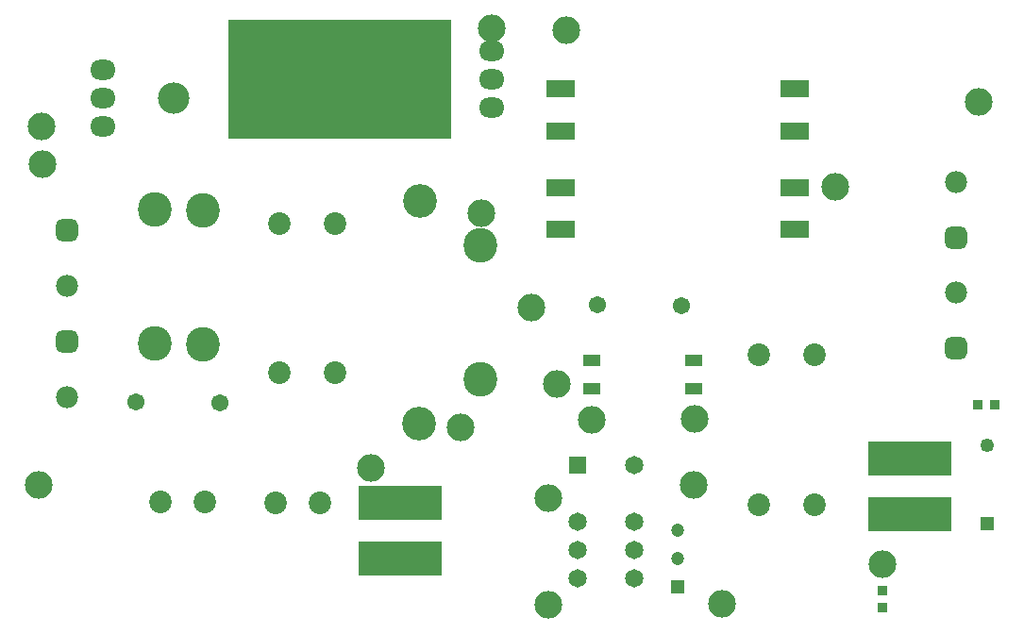
<source format=gbr>
%TF.GenerationSoftware,Altium Limited,Altium Designer,21.6.4 (81)*%
G04 Layer_Color=8388736*
%FSLAX43Y43*%
%MOMM*%
%TF.SameCoordinates,3FCC9EDD-E33D-4AE7-AC82-89E58AA9E509*%
%TF.FilePolarity,Negative*%
%TF.FileFunction,Soldermask,Top*%
%TF.Part,Single*%
G01*
G75*
%TA.AperFunction,ComponentPad*%
%ADD33C,1.650*%
%ADD34R,1.650X1.650*%
%TA.AperFunction,TestPad*%
%ADD47R,1.200X1.200*%
%ADD48C,1.200*%
%ADD49R,1.250X1.250*%
%ADD50C,1.250*%
%ADD105C,2.489*%
%ADD106C,1.970*%
G04:AMPARAMS|DCode=107|XSize=1.97mm|YSize=1.97mm|CornerRadius=0.497mm|HoleSize=0mm|Usage=FLASHONLY|Rotation=270.000|XOffset=0mm|YOffset=0mm|HoleType=Round|Shape=RoundedRectangle|*
%AMROUNDEDRECTD107*
21,1,1.970,0.975,0,0,270.0*
21,1,0.975,1.970,0,0,270.0*
1,1,0.995,-0.488,-0.488*
1,1,0.995,-0.488,0.488*
1,1,0.995,0.488,0.488*
1,1,0.995,0.488,-0.488*
%
%ADD107ROUNDEDRECTD107*%
%TA.AperFunction,ComponentPad*%
%ADD108C,2.020*%
%TA.AperFunction,TestPad*%
%ADD109C,2.020*%
%TA.AperFunction,ComponentPad*%
%ADD110C,3.020*%
%TA.AperFunction,TestPad*%
%ADD111C,1.544*%
%TA.AperFunction,ComponentPad*%
%ADD112C,2.489*%
%ADD113O,3.020X3.120*%
%TA.AperFunction,TestPad*%
%ADD114O,2.306X1.798*%
%ADD115C,4.592*%
%TA.AperFunction,ComponentPad*%
%ADD116C,2.814*%
%ADD117O,2.306X1.798*%
%TA.AperFunction,NonConductor*%
%ADD155R,20.066X10.668*%
%TA.AperFunction,TestPad*%
%ADD156R,7.520X3.020*%
%ADD157R,0.920X0.870*%
%ADD158R,1.620X1.020*%
%ADD159R,2.520X1.520*%
%ADD160R,0.870X0.920*%
D33*
X56355Y14094D02*
D03*
Y9014D02*
D03*
Y6474D02*
D03*
Y3934D02*
D03*
X51275D02*
D03*
Y6474D02*
D03*
Y9014D02*
D03*
D34*
Y14094D02*
D03*
D47*
X60286Y3119D02*
D03*
D48*
Y5659D02*
D03*
Y8199D02*
D03*
D49*
X88036Y8769D02*
D03*
D50*
Y15869D02*
D03*
D105*
X48620Y1504D02*
D03*
X61722Y12294D02*
D03*
X47158Y28198D02*
D03*
X40792Y17428D02*
D03*
X48674Y11100D02*
D03*
X52524Y18098D02*
D03*
X3226Y44475D02*
D03*
X32741Y13792D02*
D03*
X49428Y21336D02*
D03*
X78613Y5159D02*
D03*
X64237Y1614D02*
D03*
X74371Y39065D02*
D03*
X2896Y12294D02*
D03*
X3293Y41097D02*
D03*
X61747Y18236D02*
D03*
D106*
X5500Y20171D02*
D03*
X5500Y30175D02*
D03*
X85234Y39497D02*
D03*
X85234Y29515D02*
D03*
D107*
X5500Y25171D02*
D03*
X5500Y35175D02*
D03*
X85234Y34497D02*
D03*
X85234Y24515D02*
D03*
D108*
X28194Y10693D02*
D03*
X24194D02*
D03*
X29486Y22384D02*
D03*
X24486D02*
D03*
X17868Y10744D02*
D03*
X13868D02*
D03*
X24486Y35738D02*
D03*
X29486D02*
D03*
D109*
X67500Y10500D02*
D03*
X72500D02*
D03*
Y24000D02*
D03*
X67500D02*
D03*
D110*
X37059Y17811D02*
D03*
X37109Y37786D02*
D03*
D111*
X11693Y19694D02*
D03*
X19193Y19669D02*
D03*
X53061Y28423D02*
D03*
X60561Y28398D02*
D03*
D112*
X50241Y53111D02*
D03*
X43580Y53238D02*
D03*
X42674Y36624D02*
D03*
X87224Y46660D02*
D03*
D113*
X42570Y21788D02*
D03*
Y33788D02*
D03*
X17678Y24886D02*
D03*
Y36886D02*
D03*
X13335Y36963D02*
D03*
Y24963D02*
D03*
D114*
X43557Y51232D02*
D03*
Y48692D02*
D03*
Y46152D02*
D03*
D115*
X23364Y48692D02*
D03*
D116*
X15037Y47015D02*
D03*
D117*
X8687Y44475D02*
D03*
Y47015D02*
D03*
Y49555D02*
D03*
D155*
X29968Y48691D02*
D03*
D156*
X35331Y5644D02*
D03*
Y10644D02*
D03*
X81077Y9667D02*
D03*
Y14667D02*
D03*
D157*
X78644Y1261D02*
D03*
Y2811D02*
D03*
D158*
X61674Y20904D02*
D03*
X52524Y23444D02*
D03*
X61674D02*
D03*
X52524Y20904D02*
D03*
D159*
X49774Y38989D02*
D03*
Y47829D02*
D03*
Y35229D02*
D03*
Y44069D02*
D03*
X70774Y38989D02*
D03*
Y35229D02*
D03*
Y44069D02*
D03*
Y47829D02*
D03*
D160*
X88701Y19474D02*
D03*
X87151D02*
D03*
%TF.MD5,d2fdc9acac2ea5ae3e6a652b3300b71d*%
M02*

</source>
